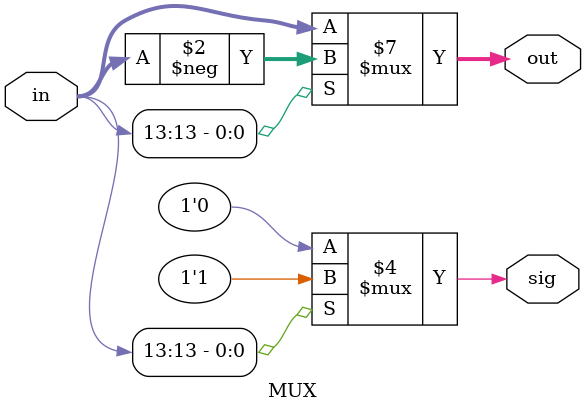
<source format=v>
module MUX (
	input signed  [13:0] in,
	output reg    [13:0] out,
	output reg           sig
);

	always @(*)
	begin

	// O bit de sinal esta na posição 13
	if(in[13])
		begin
			out <= -in;
			sig <= 1;
		end
	else
		begin
			out <= in;
			sig <= 0;
		end
	end
	
endmodule 
</source>
